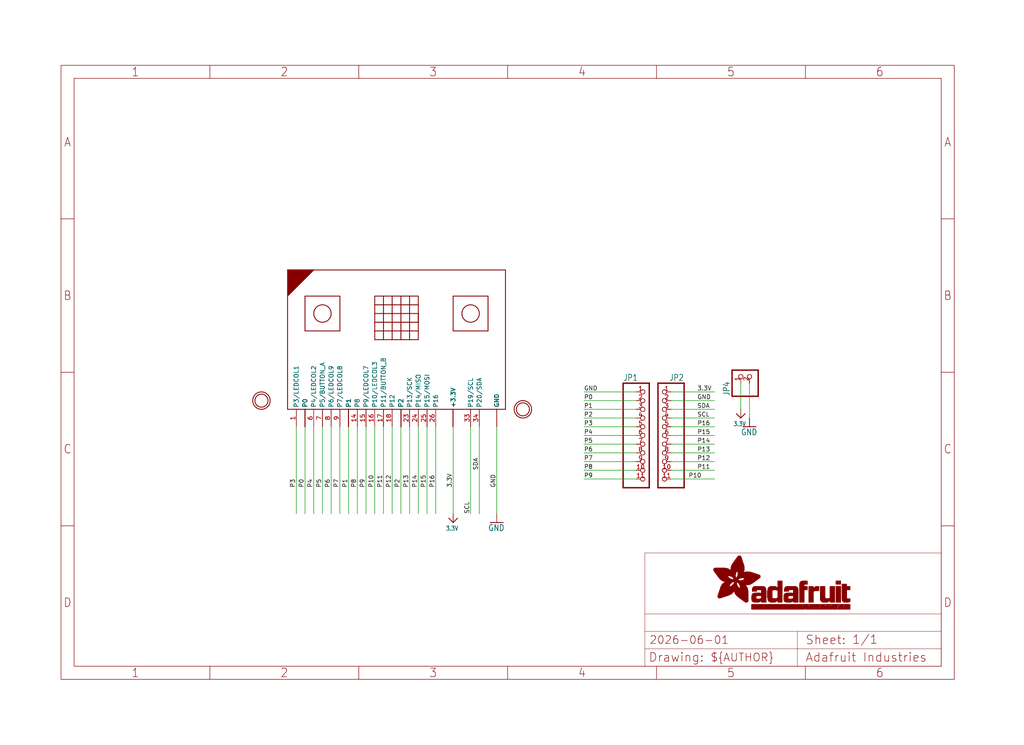
<source format=kicad_sch>
(kicad_sch (version 20230121) (generator eeschema)
  (paper "User" 298.45 217.322)
  (lib_symbols
    (symbol "working-eagle-import:3.3V" (power)
      (property "Value" "3.3V" (at -1.524 1.016 0))
      (symbol "3.3V_1_0"
        (pin power_in line (at 0 -2.54 90) (length 2.54) (name "3.3V") (number "1"))
      )
    )
    (symbol "working-eagle-import:FRAME_A4_ADAFRUIT"
      (symbol "FRAME_A4_ADAFRUIT_1_0"
        (text "${#}/${##}" (at 230.505 10.16 0) (effects (font (size 2.54 2.54)) (justify left bottom)))
        (text "${AUTHOR}" (at 189.23 5.08 0) (effects (font (size 2.286 2.286)) (justify left bottom)))
        (text "${CURRENT_DATE}" (at 171.45 10.16 0) (effects (font (size 2.286 2.286)) (justify left bottom)))
        (text "${PROJECTNAME}" (at 171.45 15.24 0) (effects (font (size 2.54 2.54)) (justify left bottom)))
        (text "1" (at 21.6958 1.905 0) (effects (font (size 2.54 2.286))))
        (text "1" (at 21.6958 177.165 0) (effects (font (size 2.54 2.286))))
        (text "2" (at 65.0875 1.905 0) (effects (font (size 2.54 2.286))))
        (text "2" (at 65.0875 177.165 0) (effects (font (size 2.54 2.286))))
        (text "3" (at 108.4792 1.905 0) (effects (font (size 2.54 2.286))))
        (text "3" (at 108.4792 177.165 0) (effects (font (size 2.54 2.286))))
        (text "4" (at 151.8708 1.905 0) (effects (font (size 2.54 2.286))))
        (text "4" (at 151.8708 177.165 0) (effects (font (size 2.54 2.286))))
        (text "5" (at 195.2625 1.905 0) (effects (font (size 2.54 2.286))))
        (text "5" (at 195.2625 177.165 0) (effects (font (size 2.54 2.286))))
        (text "6" (at 238.6542 1.905 0) (effects (font (size 2.54 2.286))))
        (text "6" (at 238.6542 177.165 0) (effects (font (size 2.54 2.286))))
        (text "A" (at 1.905 156.6863 0) (effects (font (size 2.54 2.286))))
        (text "A" (at 258.445 156.6863 0) (effects (font (size 2.54 2.286))))
        (text "Adafruit Industries" (at 216.916 4.953 0) (effects (font (size 2.54 2.54)) (justify left bottom)))
        (text "B" (at 1.905 111.9188 0) (effects (font (size 2.54 2.286))))
        (text "B" (at 258.445 111.9188 0) (effects (font (size 2.54 2.286))))
        (text "C" (at 1.905 67.1513 0) (effects (font (size 2.54 2.286))))
        (text "C" (at 258.445 67.1513 0) (effects (font (size 2.54 2.286))))
        (text "D" (at 1.905 22.3838 0) (effects (font (size 2.54 2.286))))
        (text "D" (at 258.445 22.3838 0) (effects (font (size 2.54 2.286))))
        (text "Drawing:" (at 171.196 4.953 0) (effects (font (size 2.54 2.54)) (justify left bottom)))
        (text "Sheet:" (at 216.916 10.033 0) (effects (font (size 2.54 2.54)) (justify left bottom)))
      )
    )
    (symbol "working-eagle-import:GND" (power)
      (property "Value" "GND" (at -2.54 -2.54 0))
      (symbol "GND_1_0"
        (pin power_in line (at 0 2.54 270) (length 2.54) (name "GND") (number "1"))
      )
    )
    (symbol "working-eagle-import:HEADER-1X1176MIL"
      (property "Reference" "JP" (at -6.35 15.875 0))
      (symbol "HEADER-1X1176MIL_1_0"
        (pin passive inverted (at -2.54 12.7 0) (length 2.54) (name "1") (number "1"))
        (pin passive inverted (at -2.54 -10.16 0) (length 2.54) (name "10") (number "10"))
        (pin passive inverted (at -2.54 -12.7 0) (length 2.54) (name "11") (number "11"))
        (pin passive inverted (at -2.54 10.16 0) (length 2.54) (name "2") (number "2"))
        (pin passive inverted (at -2.54 7.62 0) (length 2.54) (name "3") (number "3"))
        (pin passive inverted (at -2.54 5.08 0) (length 2.54) (name "4") (number "4"))
        (pin passive inverted (at -2.54 2.54 0) (length 2.54) (name "5") (number "5"))
        (pin passive inverted (at -2.54 0 0) (length 2.54) (name "6") (number "6"))
        (pin passive inverted (at -2.54 -2.54 0) (length 2.54) (name "7") (number "7"))
        (pin passive inverted (at -2.54 -5.08 0) (length 2.54) (name "8") (number "8"))
        (pin passive inverted (at -2.54 -7.62 0) (length 2.54) (name "9") (number "9"))
      )
    )
    (symbol "working-eagle-import:HEADER-1X2"
      (property "Reference" "JP" (at -6.35 5.715 0))
      (symbol "HEADER-1X2_1_0"
        (pin passive inverted (at -2.54 2.54 0) (length 2.54) (name "1") (number "1"))
        (pin passive inverted (at -2.54 0 0) (length 2.54) (name "2") (number "2"))
      )
    )
    (symbol "working-eagle-import:MICRO{colon}BIT_RA"
      (symbol "MICRO{colon}BIT_RA_1_0"
        (pin bidirectional line (at -30.48 -5.08 90) (length 5.08) (name "P3/LEDCOL1") (number "1"))
        (pin bidirectional line (at -15.24 -5.08 90) (length 5.08) (name "P1") (number "10"))
        (pin bidirectional line (at -15.24 -5.08 90) (length 5.08) (name "P1") (number "11"))
        (pin bidirectional line (at -15.24 -5.08 90) (length 5.08) (name "P1") (number "12"))
        (pin bidirectional line (at -15.24 -5.08 90) (length 5.08) (name "P1") (number "13"))
        (pin bidirectional line (at -12.7 -5.08 90) (length 5.08) (name "P8") (number "14"))
        (pin bidirectional line (at -10.16 -5.08 90) (length 5.08) (name "P9/LEDCOL7") (number "15"))
        (pin bidirectional line (at -7.62 -5.08 90) (length 5.08) (name "P10/LEDCOL3") (number "16"))
        (pin bidirectional line (at -5.08 -5.08 90) (length 5.08) (name "P11/BUTTON_B") (number "17"))
        (pin bidirectional line (at -2.54 -5.08 90) (length 5.08) (name "P12") (number "18"))
        (pin bidirectional line (at 0 -5.08 90) (length 5.08) (name "P2") (number "19"))
        (pin bidirectional line (at -27.94 -5.08 90) (length 5.08) (name "P0") (number "2"))
        (pin bidirectional line (at 0 -5.08 90) (length 5.08) (name "P2") (number "20"))
        (pin bidirectional line (at 0 -5.08 90) (length 5.08) (name "P2") (number "21"))
        (pin bidirectional line (at 0 -5.08 90) (length 5.08) (name "P2") (number "22"))
        (pin bidirectional line (at 2.54 -5.08 90) (length 5.08) (name "P13/SCK") (number "23"))
        (pin bidirectional line (at 5.08 -5.08 90) (length 5.08) (name "P14/MISO") (number "24"))
        (pin bidirectional line (at 7.62 -5.08 90) (length 5.08) (name "P15/MOSI") (number "25"))
        (pin bidirectional line (at 10.16 -5.08 90) (length 5.08) (name "P16") (number "26"))
        (pin power_in line (at 15.24 -5.08 90) (length 5.08) (name "+3.3V") (number "27"))
        (pin power_in line (at 15.24 -5.08 90) (length 5.08) (name "+3.3V") (number "28"))
        (pin power_in line (at 15.24 -5.08 90) (length 5.08) (name "+3.3V") (number "29"))
        (pin bidirectional line (at -27.94 -5.08 90) (length 5.08) (name "P0") (number "3"))
        (pin power_in line (at 15.24 -5.08 90) (length 5.08) (name "+3.3V") (number "30"))
        (pin power_in line (at 15.24 -5.08 90) (length 5.08) (name "+3.3V") (number "31"))
        (pin power_in line (at 15.24 -5.08 90) (length 5.08) (name "+3.3V") (number "32"))
        (pin bidirectional line (at 20.32 -5.08 90) (length 5.08) (name "P19/SCL") (number "33"))
        (pin bidirectional line (at 22.86 -5.08 90) (length 5.08) (name "P20/SDA") (number "34"))
        (pin power_in line (at 27.94 -5.08 90) (length 5.08) (name "GND") (number "35"))
        (pin power_in line (at 27.94 -5.08 90) (length 5.08) (name "GND") (number "36"))
        (pin power_in line (at 27.94 -5.08 90) (length 5.08) (name "GND") (number "37"))
        (pin power_in line (at 27.94 -5.08 90) (length 5.08) (name "GND") (number "38"))
        (pin power_in line (at 27.94 -5.08 90) (length 5.08) (name "GND") (number "39"))
        (pin bidirectional line (at -27.94 -5.08 90) (length 5.08) (name "P0") (number "4"))
        (pin power_in line (at 27.94 -5.08 90) (length 5.08) (name "GND") (number "40"))
        (pin bidirectional line (at -27.94 -5.08 90) (length 5.08) (name "P0") (number "5"))
        (pin bidirectional line (at -25.4 -5.08 90) (length 5.08) (name "P4/LEDCOL2") (number "6"))
        (pin bidirectional line (at -22.86 -5.08 90) (length 5.08) (name "P5/BUTTON_A") (number "7"))
        (pin bidirectional line (at -20.32 -5.08 90) (length 5.08) (name "P6/LEDCOL9") (number "8"))
        (pin bidirectional line (at -17.78 -5.08 90) (length 5.08) (name "P7/LEDCOL8") (number "9"))
      )
    )
    (symbol "working-eagle-import:MOUNTINGHOLE2.0")
  )
  (wire (pts (xy 185.42 124.46) (xy 170.18 124.46)) (stroke (width 0.1524)))
  (wire (pts (xy 195.58 114.3) (xy 208.28 114.3)) (stroke (width 0.1524)))
  (wire (pts (xy 185.42 119.38) (xy 170.18 119.38)) (stroke (width 0.1524)))
  (wire (pts (xy 88.9 149.86) (xy 88.9 124.46)) (stroke (width 0.1524)))
  (wire (pts (xy 195.58 132.08) (xy 208.28 132.08)) (stroke (width 0.1524)))
  (wire (pts (xy 170.18 137.16) (xy 185.42 137.16)) (stroke (width 0.1524)))
  (wire (pts (xy 144.78 124.46) (xy 144.78 149.86)) (stroke (width 0.1524)))
  (wire (pts (xy 218.44 111.76) (xy 218.44 121.92)) (stroke (width 0.1524)))
  (wire (pts (xy 109.22 149.86) (xy 109.22 124.46)) (stroke (width 0.1524)))
  (wire (pts (xy 208.28 134.62) (xy 195.58 134.62)) (stroke (width 0.1524)))
  (wire (pts (xy 208.28 139.7) (xy 195.58 139.7)) (stroke (width 0.1524)))
  (wire (pts (xy 185.42 139.7) (xy 170.18 139.7)) (stroke (width 0.1524)))
  (wire (pts (xy 195.58 137.16) (xy 208.28 137.16)) (stroke (width 0.1524)))
  (wire (pts (xy 121.92 149.86) (xy 121.92 124.46)) (stroke (width 0.1524)))
  (wire (pts (xy 195.58 124.46) (xy 208.28 124.46)) (stroke (width 0.1524)))
  (wire (pts (xy 208.28 121.92) (xy 195.58 121.92)) (stroke (width 0.1524)))
  (wire (pts (xy 104.14 149.86) (xy 104.14 124.46)) (stroke (width 0.1524)))
  (wire (pts (xy 127 149.86) (xy 127 124.46)) (stroke (width 0.1524)))
  (wire (pts (xy 137.16 149.86) (xy 137.16 124.46)) (stroke (width 0.1524)))
  (wire (pts (xy 101.6 149.86) (xy 101.6 124.46)) (stroke (width 0.1524)))
  (wire (pts (xy 96.52 149.86) (xy 96.52 124.46)) (stroke (width 0.1524)))
  (wire (pts (xy 119.38 149.86) (xy 119.38 124.46)) (stroke (width 0.1524)))
  (wire (pts (xy 170.18 116.84) (xy 185.42 116.84)) (stroke (width 0.1524)))
  (wire (pts (xy 208.28 116.84) (xy 195.58 116.84)) (stroke (width 0.1524)))
  (wire (pts (xy 215.9 111.76) (xy 215.9 119.38)) (stroke (width 0.1524)))
  (wire (pts (xy 170.18 127) (xy 185.42 127)) (stroke (width 0.1524)))
  (wire (pts (xy 139.7 149.86) (xy 139.7 124.46)) (stroke (width 0.1524)))
  (wire (pts (xy 185.42 134.62) (xy 170.18 134.62)) (stroke (width 0.1524)))
  (wire (pts (xy 111.76 149.86) (xy 111.76 124.46)) (stroke (width 0.1524)))
  (wire (pts (xy 99.06 149.86) (xy 99.06 124.46)) (stroke (width 0.1524)))
  (wire (pts (xy 185.42 129.54) (xy 170.18 129.54)) (stroke (width 0.1524)))
  (wire (pts (xy 86.36 149.86) (xy 86.36 124.46)) (stroke (width 0.1524)))
  (wire (pts (xy 91.44 149.86) (xy 91.44 124.46)) (stroke (width 0.1524)))
  (wire (pts (xy 170.18 132.08) (xy 185.42 132.08)) (stroke (width 0.1524)))
  (wire (pts (xy 208.28 129.54) (xy 195.58 129.54)) (stroke (width 0.1524)))
  (wire (pts (xy 132.08 124.46) (xy 132.08 149.86)) (stroke (width 0.1524)))
  (wire (pts (xy 114.3 149.86) (xy 114.3 124.46)) (stroke (width 0.1524)))
  (wire (pts (xy 170.18 121.92) (xy 185.42 121.92)) (stroke (width 0.1524)))
  (wire (pts (xy 93.98 149.86) (xy 93.98 124.46)) (stroke (width 0.1524)))
  (wire (pts (xy 124.46 149.86) (xy 124.46 124.46)) (stroke (width 0.1524)))
  (wire (pts (xy 195.58 119.38) (xy 208.28 119.38)) (stroke (width 0.1524)))
  (wire (pts (xy 195.58 127) (xy 208.28 127)) (stroke (width 0.1524)))
  (wire (pts (xy 185.42 114.3) (xy 170.18 114.3)) (stroke (width 0.1524)))
  (wire (pts (xy 116.84 149.86) (xy 116.84 124.46)) (stroke (width 0.1524)))
  (wire (pts (xy 106.68 149.86) (xy 106.68 124.46)) (stroke (width 0.1524)))
  (label "P5" (at 93.98 142.24 90) (effects (font (size 1.2446 1.2446))))
  (label "SCL" (at 137.16 149.86 90) (effects (font (size 1.2446 1.2446))))
  (label "P2" (at 170.18 121.92 0) (effects (font (size 1.2446 1.2446))))
  (label "P6" (at 170.18 132.08 0) (effects (font (size 1.2446 1.2446))))
  (label "P14" (at 203.2 129.54 0) (effects (font (size 1.2446 1.2446))))
  (label "P3" (at 170.18 124.46 0) (effects (font (size 1.2446 1.2446))))
  (label "P14" (at 121.92 142.24 90) (effects (font (size 1.2446 1.2446))))
  (label "P9" (at 106.68 142.24 90) (effects (font (size 1.2446 1.2446))))
  (label "P0" (at 88.9 142.24 90) (effects (font (size 1.2446 1.2446))))
  (label "SDA" (at 203.2 119.38 0) (effects (font (size 1.2446 1.2446))))
  (label "P7" (at 170.18 134.62 0) (effects (font (size 1.2446 1.2446))))
  (label "P12" (at 203.2 134.62 0) (effects (font (size 1.2446 1.2446))))
  (label "P6" (at 96.52 142.24 90) (effects (font (size 1.2446 1.2446))))
  (label "P3" (at 86.36 142.24 90) (effects (font (size 1.2446 1.2446))))
  (label "P0" (at 170.18 116.84 0) (effects (font (size 1.2446 1.2446))))
  (label "P16" (at 127 142.24 90) (effects (font (size 1.2446 1.2446))))
  (label "P12" (at 114.3 142.24 90) (effects (font (size 1.2446 1.2446))))
  (label "3.3V" (at 132.08 142.24 90) (effects (font (size 1.2446 1.2446))))
  (label "P4" (at 170.18 127 0) (effects (font (size 1.2446 1.2446))))
  (label "P9" (at 170.18 139.7 0) (effects (font (size 1.2446 1.2446))))
  (label "P13" (at 119.38 142.24 90) (effects (font (size 1.2446 1.2446))))
  (label "P10" (at 109.22 142.24 90) (effects (font (size 1.2446 1.2446))))
  (label "P5" (at 170.18 129.54 0) (effects (font (size 1.2446 1.2446))))
  (label "P15" (at 124.46 142.24 90) (effects (font (size 1.2446 1.2446))))
  (label "P11" (at 203.2 137.16 0) (effects (font (size 1.2446 1.2446))))
  (label "SCL" (at 203.2 121.92 0) (effects (font (size 1.2446 1.2446))))
  (label "GND" (at 144.78 142.24 90) (effects (font (size 1.2446 1.2446))))
  (label "P8" (at 170.18 137.16 0) (effects (font (size 1.2446 1.2446))))
  (label "P15" (at 203.2 127 0) (effects (font (size 1.2446 1.2446))))
  (label "P1" (at 170.18 119.38 0) (effects (font (size 1.2446 1.2446))))
  (label "P11" (at 111.76 142.24 90) (effects (font (size 1.2446 1.2446))))
  (label "P10" (at 200.66 139.7 0) (effects (font (size 1.2446 1.2446))))
  (label "P1" (at 101.6 142.24 90) (effects (font (size 1.2446 1.2446))))
  (label "P2" (at 116.84 142.24 90) (effects (font (size 1.2446 1.2446))))
  (label "3.3V" (at 203.2 114.3 0) (effects (font (size 1.2446 1.2446))))
  (label "GND" (at 170.18 114.3 0) (effects (font (size 1.2446 1.2446))))
  (label "SDA" (at 139.7 137.16 90) (effects (font (size 1.2446 1.2446))))
  (label "P7" (at 99.06 142.24 90) (effects (font (size 1.2446 1.2446))))
  (label "P13" (at 203.2 132.08 0) (effects (font (size 1.2446 1.2446))))
  (label "P4" (at 91.44 142.24 90) (effects (font (size 1.2446 1.2446))))
  (label "P8" (at 104.14 142.24 90) (effects (font (size 1.2446 1.2446))))
  (label "P16" (at 203.2 124.46 0) (effects (font (size 1.2446 1.2446))))
  (label "GND" (at 203.2 116.84 0) (effects (font (size 1.2446 1.2446))))
  (symbol (lib_id "working-eagle-import:HEADER-1X1176MIL") (at 187.96 127 0) (unit 1)
    (property "Reference" "JP1" (at 181.61 111.125 0) (effects (font (size 1.778 1.5113)) (justify left bottom)))
    (property "Value" "HEADER-1X1176MIL" (effects hide))
    (property "Footprint" "working:1X11_ROUND_76" (effects hide))
  )
  (symbol (lib_id "working-eagle-import:MOUNTINGHOLE2.0") (at 152.4 119.38 0) (unit 1)
    (property "Reference" "U$10" (effects hide))
    (property "Value" "MOUNTINGHOLE2.0" (effects hide))
    (property "Footprint" "working:MOUNTINGHOLE_2.0_PLATED" (effects hide))
  )
  (symbol (lib_id "working-eagle-import:GND") (at 144.78 152.4 0) (unit 1)
    (property "Reference" "#GND1" (effects hide))
    (property "Value" "GND" (at 142.24 154.94 0) (effects (font (size 1.778 1.5113)) (justify left bottom)))
  )
  (symbol (lib_id "working-eagle-import:MICRO{colon}BIT_RA") (at 116.84 119.38 0) (unit 1)
    (property "Reference" "MB1" (effects hide))
    (property "Value" "MICRO{colon}BIT_RA" (effects hide))
    (property "Footprint" "working:2X20_CARDEDGE_RA" (effects hide))
  )
  (symbol (lib_id "working-eagle-import:HEADER-1X1176MIL") (at 193.04 127 0) (mirror y) (unit 1)
    (property "Reference" "JP2" (at 199.39 111.125 0) (effects (font (size 1.778 1.5113)) (justify left bottom)))
    (property "Value" "HEADER-1X1176MIL" (effects hide))
    (property "Footprint" "working:1X11_ROUND_76" (effects hide))
  )
  (symbol (lib_id "working-eagle-import:3.3V") (at 132.08 152.4 180) (unit 1)
    (property "Reference" "#U$2" (effects hide))
    (property "Value" "3.3V" (at 133.604 153.416 0) (effects (font (size 1.27 1.0795)) (justify left bottom)))
  )
  (symbol (lib_id "working-eagle-import:MOUNTINGHOLE2.0") (at 76.2 116.84 0) (unit 1)
    (property "Reference" "U$9" (effects hide))
    (property "Value" "MOUNTINGHOLE2.0" (effects hide))
    (property "Footprint" "working:MOUNTINGHOLE_2.0_PLATED" (effects hide))
  )
  (symbol (lib_id "working-eagle-import:GND") (at 218.44 124.46 0) (unit 1)
    (property "Reference" "#GND3" (effects hide))
    (property "Value" "GND" (at 215.9 127 0) (effects (font (size 1.778 1.5113)) (justify left bottom)))
  )
  (symbol (lib_id "working-eagle-import:FRAME_A4_ADAFRUIT") (at 17.78 198.12 0) (unit 1)
    (property "Reference" "#U$1" (effects hide))
    (property "Value" "FRAME_A4_ADAFRUIT" (effects hide))
  )
  (symbol (lib_id "working-eagle-import:HEADER-1X2") (at 218.44 109.22 90) (unit 1)
    (property "Reference" "JP4" (at 212.725 115.57 0) (effects (font (size 1.778 1.5113)) (justify left bottom)))
    (property "Value" "HEADER-1X2" (effects hide))
    (property "Footprint" "working:1X02_OVAL" (effects hide))
  )
  (symbol (lib_id "working-eagle-import:3.3V") (at 215.9 121.92 180) (unit 1)
    (property "Reference" "#U$4" (effects hide))
    (property "Value" "3.3V" (at 217.424 122.936 0) (effects (font (size 1.27 1.0795)) (justify left bottom)))
  )
)
</source>
